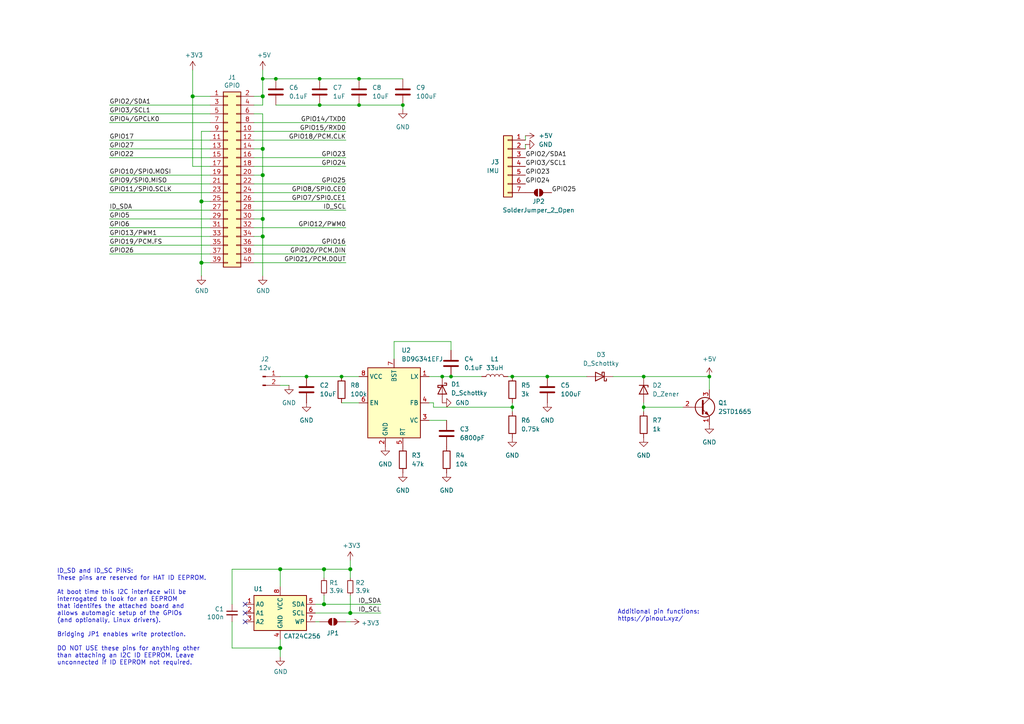
<source format=kicad_sch>
(kicad_sch (version 20250114) (generator "eeschema") (generator_version "9.0")
  (paper "A4")
  (title_block (date "15 nov 2012"))
  (lib_symbols
    (symbol "Connector:Conn_01x02_Pin" (pin_names (offset 1.016) (hide yes))
      (property "Reference" "J" (at 0 2.54 0))
      (property "Value" "Conn_01x02_Pin" (at 0 -5.08 0))
      (symbol "Conn_01x02_Pin_1_1"
        (rectangle (start 0.8636 0.127) (end 0 -0.127) (stroke (width 0.1524)) (fill (type outline)))
        (rectangle (start 0.8636 -2.413) (end 0 -2.667) (stroke (width 0.1524)) (fill (type outline)))
        (polyline (pts (xy 1.27 0) (xy 0.8636 0)) (stroke (width 0.1524)))
        (polyline (pts (xy 1.27 -2.54) (xy 0.8636 -2.54)) (stroke (width 0.1524)))
        (pin passive line (at 5.08 0 180) (length 3.81) (name "Pin_1") (number "1"))
        (pin passive line (at 5.08 -2.54 180) (length 3.81) (name "Pin_2") (number "2"))
      )
    )
    (symbol "Connector_Generic:Conn_01x07" (pin_names (offset 1.016) (hide yes))
      (property "Reference" "J" (at 0 10.16 0))
      (property "Value" "Conn_01x07" (at 0 -10.16 0))
      (symbol "Conn_01x07_1_1"
        (rectangle (start -1.27 8.89) (end 1.27 -8.89) (stroke (width 0.254)) (fill (type background)))
        (rectangle (start -1.27 7.747) (end 0 7.493) (stroke (width 0.1524)))
        (rectangle (start -1.27 5.207) (end 0 4.953) (stroke (width 0.1524)))
        (rectangle (start -1.27 2.667) (end 0 2.413) (stroke (width 0.1524)))
        (rectangle (start -1.27 0.127) (end 0 -0.127) (stroke (width 0.1524)))
        (rectangle (start -1.27 -2.413) (end 0 -2.667) (stroke (width 0.1524)))
        (rectangle (start -1.27 -4.953) (end 0 -5.207) (stroke (width 0.1524)))
        (rectangle (start -1.27 -7.493) (end 0 -7.747) (stroke (width 0.1524)))
        (pin passive line (at -5.08 7.62 0) (length 3.81) (name "Pin_1") (number "1"))
        (pin passive line (at -5.08 5.08 0) (length 3.81) (name "Pin_2") (number "2"))
        (pin passive line (at -5.08 2.54 0) (length 3.81) (name "Pin_3") (number "3"))
        (pin passive line (at -5.08 0 0) (length 3.81) (name "Pin_4") (number "4"))
        (pin passive line (at -5.08 -2.54 0) (length 3.81) (name "Pin_5") (number "5"))
        (pin passive line (at -5.08 -5.08 0) (length 3.81) (name "Pin_6") (number "6"))
        (pin passive line (at -5.08 -7.62 0) (length 3.81) (name "Pin_7") (number "7"))
      )
    )
    (symbol "Connector_Generic:Conn_02x20_Odd_Even" (pin_names (offset 1.016) (hide yes))
      (property "Reference" "J" (at 1.27 25.4 0))
      (property "Value" "Conn_02x20_Odd_Even" (at 1.27 -27.94 0))
      (symbol "Conn_02x20_Odd_Even_1_1"
        (rectangle (start -1.27 24.13) (end 3.81 -26.67) (stroke (width 0.254)) (fill (type background)))
        (rectangle (start -1.27 22.987) (end 0 22.733) (stroke (width 0.1524)))
        (rectangle (start -1.27 20.447) (end 0 20.193) (stroke (width 0.1524)))
        (rectangle (start -1.27 17.907) (end 0 17.653) (stroke (width 0.1524)))
        (rectangle (start -1.27 15.367) (end 0 15.113) (stroke (width 0.1524)))
        (rectangle (start -1.27 12.827) (end 0 12.573) (stroke (width 0.1524)))
        (rectangle (start -1.27 10.287) (end 0 10.033) (stroke (width 0.1524)))
        (rectangle (start -1.27 7.747) (end 0 7.493) (stroke (width 0.1524)))
        (rectangle (start -1.27 5.207) (end 0 4.953) (stroke (width 0.1524)))
        (rectangle (start -1.27 2.667) (end 0 2.413) (stroke (width 0.1524)))
        (rectangle (start -1.27 0.127) (end 0 -0.127) (stroke (width 0.1524)))
        (rectangle (start -1.27 -2.413) (end 0 -2.667) (stroke (width 0.1524)))
        (rectangle (start -1.27 -4.953) (end 0 -5.207) (stroke (width 0.1524)))
        (rectangle (start -1.27 -7.493) (end 0 -7.747) (stroke (width 0.1524)))
        (rectangle (start -1.27 -10.033) (end 0 -10.287) (stroke (width 0.1524)))
        (rectangle (start -1.27 -12.573) (end 0 -12.827) (stroke (width 0.1524)))
        (rectangle (start -1.27 -15.113) (end 0 -15.367) (stroke (width 0.1524)))
        (rectangle (start -1.27 -17.653) (end 0 -17.907) (stroke (width 0.1524)))
        (rectangle (start -1.27 -20.193) (end 0 -20.447) (stroke (width 0.1524)))
        (rectangle (start -1.27 -22.733) (end 0 -22.987) (stroke (width 0.1524)))
        (rectangle (start -1.27 -25.273) (end 0 -25.527) (stroke (width 0.1524)))
        (rectangle (start 3.81 22.987) (end 2.54 22.733) (stroke (width 0.1524)))
        (rectangle (start 3.81 20.447) (end 2.54 20.193) (stroke (width 0.1524)))
        (rectangle (start 3.81 17.907) (end 2.54 17.653) (stroke (width 0.1524)))
        (rectangle (start 3.81 15.367) (end 2.54 15.113) (stroke (width 0.1524)))
        (rectangle (start 3.81 12.827) (end 2.54 12.573) (stroke (width 0.1524)))
        (rectangle (start 3.81 10.287) (end 2.54 10.033) (stroke (width 0.1524)))
        (rectangle (start 3.81 7.747) (end 2.54 7.493) (stroke (width 0.1524)))
        (rectangle (start 3.81 5.207) (end 2.54 4.953) (stroke (width 0.1524)))
        (rectangle (start 3.81 2.667) (end 2.54 2.413) (stroke (width 0.1524)))
        (rectangle (start 3.81 0.127) (end 2.54 -0.127) (stroke (width 0.1524)))
        (rectangle (start 3.81 -2.413) (end 2.54 -2.667) (stroke (width 0.1524)))
        (rectangle (start 3.81 -4.953) (end 2.54 -5.207) (stroke (width 0.1524)))
        (rectangle (start 3.81 -7.493) (end 2.54 -7.747) (stroke (width 0.1524)))
        (rectangle (start 3.81 -10.033) (end 2.54 -10.287) (stroke (width 0.1524)))
        (rectangle (start 3.81 -12.573) (end 2.54 -12.827) (stroke (width 0.1524)))
        (rectangle (start 3.81 -15.113) (end 2.54 -15.367) (stroke (width 0.1524)))
        (rectangle (start 3.81 -17.653) (end 2.54 -17.907) (stroke (width 0.1524)))
        (rectangle (start 3.81 -20.193) (end 2.54 -20.447) (stroke (width 0.1524)))
        (rectangle (start 3.81 -22.733) (end 2.54 -22.987) (stroke (width 0.1524)))
        (rectangle (start 3.81 -25.273) (end 2.54 -25.527) (stroke (width 0.1524)))
        (pin passive line (at -5.08 22.86 0) (length 3.81) (name "Pin_1") (number "1"))
        (pin passive line (at -5.08 20.32 0) (length 3.81) (name "Pin_3") (number "3"))
        (pin passive line (at -5.08 17.78 0) (length 3.81) (name "Pin_5") (number "5"))
        (pin passive line (at -5.08 15.24 0) (length 3.81) (name "Pin_7") (number "7"))
        (pin passive line (at -5.08 12.7 0) (length 3.81) (name "Pin_9") (number "9"))
        (pin passive line (at -5.08 10.16 0) (length 3.81) (name "Pin_11") (number "11"))
        (pin passive line (at -5.08 7.62 0) (length 3.81) (name "Pin_13") (number "13"))
        (pin passive line (at -5.08 5.08 0) (length 3.81) (name "Pin_15") (number "15"))
        (pin passive line (at -5.08 2.54 0) (length 3.81) (name "Pin_17") (number "17"))
        (pin passive line (at -5.08 0 0) (length 3.81) (name "Pin_19") (number "19"))
        (pin passive line (at -5.08 -2.54 0) (length 3.81) (name "Pin_21") (number "21"))
        (pin passive line (at -5.08 -5.08 0) (length 3.81) (name "Pin_23") (number "23"))
        (pin passive line (at -5.08 -7.62 0) (length 3.81) (name "Pin_25") (number "25"))
        (pin passive line (at -5.08 -10.16 0) (length 3.81) (name "Pin_27") (number "27"))
        (pin passive line (at -5.08 -12.7 0) (length 3.81) (name "Pin_29") (number "29"))
        (pin passive line (at -5.08 -15.24 0) (length 3.81) (name "Pin_31") (number "31"))
        (pin passive line (at -5.08 -17.78 0) (length 3.81) (name "Pin_33") (number "33"))
        (pin passive line (at -5.08 -20.32 0) (length 3.81) (name "Pin_35") (number "35"))
        (pin passive line (at -5.08 -22.86 0) (length 3.81) (name "Pin_37") (number "37"))
        (pin passive line (at -5.08 -25.4 0) (length 3.81) (name "Pin_39") (number "39"))
        (pin passive line (at 7.62 22.86 180) (length 3.81) (name "Pin_2") (number "2"))
        (pin passive line (at 7.62 20.32 180) (length 3.81) (name "Pin_4") (number "4"))
        (pin passive line (at 7.62 17.78 180) (length 3.81) (name "Pin_6") (number "6"))
        (pin passive line (at 7.62 15.24 180) (length 3.81) (name "Pin_8") (number "8"))
        (pin passive line (at 7.62 12.7 180) (length 3.81) (name "Pin_10") (number "10"))
        (pin passive line (at 7.62 10.16 180) (length 3.81) (name "Pin_12") (number "12"))
        (pin passive line (at 7.62 7.62 180) (length 3.81) (name "Pin_14") (number "14"))
        (pin passive line (at 7.62 5.08 180) (length 3.81) (name "Pin_16") (number "16"))
        (pin passive line (at 7.62 2.54 180) (length 3.81) (name "Pin_18") (number "18"))
        (pin passive line (at 7.62 0 180) (length 3.81) (name "Pin_20") (number "20"))
        (pin passive line (at 7.62 -2.54 180) (length 3.81) (name "Pin_22") (number "22"))
        (pin passive line (at 7.62 -5.08 180) (length 3.81) (name "Pin_24") (number "24"))
        (pin passive line (at 7.62 -7.62 180) (length 3.81) (name "Pin_26") (number "26"))
        (pin passive line (at 7.62 -10.16 180) (length 3.81) (name "Pin_28") (number "28"))
        (pin passive line (at 7.62 -12.7 180) (length 3.81) (name "Pin_30") (number "30"))
        (pin passive line (at 7.62 -15.24 180) (length 3.81) (name "Pin_32") (number "32"))
        (pin passive line (at 7.62 -17.78 180) (length 3.81) (name "Pin_34") (number "34"))
        (pin passive line (at 7.62 -20.32 180) (length 3.81) (name "Pin_36") (number "36"))
        (pin passive line (at 7.62 -22.86 180) (length 3.81) (name "Pin_38") (number "38"))
        (pin passive line (at 7.62 -25.4 180) (length 3.81) (name "Pin_40") (number "40"))
      )
    )
    (symbol "Device:C" (pin_numbers (hide yes)) (pin_names (offset 0.254))
      (property "Reference" "C" (at 0.635 2.54 0))
      (property "Value" "C" (at 0.635 -2.54 0))
      (symbol "C_0_1"
        (polyline (pts (xy -2.032 0.762) (xy 2.032 0.762)) (stroke (width 0.508)))
        (polyline (pts (xy -2.032 -0.762) (xy 2.032 -0.762)) (stroke (width 0.508)))
      )
      (symbol "C_1_1"
        (pin passive line (at 0 3.81 270) (length 2.794) (name "~") (number "1"))
        (pin passive line (at 0 -3.81 90) (length 2.794) (name "~") (number "2"))
      )
    )
    (symbol "Device:C_Small" (pin_numbers (hide yes)) (pin_names (offset 0.254) (hide yes))
      (property "Reference" "C" (at 0.254 1.778 0))
      (property "Value" "C_Small" (at 0.254 -2.032 0))
      (symbol "C_Small_0_1"
        (polyline (pts (xy -1.524 0.508) (xy 1.524 0.508)) (stroke (width 0.3048)))
        (polyline (pts (xy -1.524 -0.508) (xy 1.524 -0.508)) (stroke (width 0.3302)))
      )
      (symbol "C_Small_1_1"
        (pin passive line (at 0 2.54 270) (length 2.032) (name "~") (number "1"))
        (pin passive line (at 0 -2.54 90) (length 2.032) (name "~") (number "2"))
      )
    )
    (symbol "Device:D_Schottky" (pin_numbers (hide yes)) (pin_names (offset 1.016) (hide yes))
      (property "Reference" "D" (at 0 2.54 0))
      (property "Value" "D_Schottky" (at 0 -2.54 0))
      (symbol "D_Schottky_0_1"
        (polyline (pts (xy -1.905 0.635) (xy -1.905 1.27) (xy -1.27 1.27) (xy -1.27 -1.27) (xy -0.635 -1.27) (xy -0.635 -0.635)) (stroke (width 0.254)))
        (polyline (pts (xy 1.27 1.27) (xy 1.27 -1.27) (xy -1.27 0) (xy 1.27 1.27)) (stroke (width 0.254)))
        (polyline (pts (xy 1.27 0) (xy -1.27 0)))
      )
      (symbol "D_Schottky_1_1"
        (pin passive line (at -3.81 0 0) (length 2.54) (name "K") (number "1"))
        (pin passive line (at 3.81 0 180) (length 2.54) (name "A") (number "2"))
      )
    )
    (symbol "Device:D_Zener" (pin_numbers (hide yes)) (pin_names (offset 1.016) (hide yes))
      (property "Reference" "D" (at 0 2.54 0))
      (property "Value" "D_Zener" (at 0 -2.54 0))
      (symbol "D_Zener_0_1"
        (polyline (pts (xy -1.27 -1.27) (xy -1.27 1.27) (xy -0.762 1.27)) (stroke (width 0.254)))
        (polyline (pts (xy 1.27 0) (xy -1.27 0)))
        (polyline (pts (xy 1.27 -1.27) (xy 1.27 1.27) (xy -1.27 0) (xy 1.27 -1.27)) (stroke (width 0.254)))
      )
      (symbol "D_Zener_1_1"
        (pin passive line (at -3.81 0 0) (length 2.54) (name "K") (number "1"))
        (pin passive line (at 3.81 0 180) (length 2.54) (name "A") (number "2"))
      )
    )
    (symbol "Device:L" (pin_numbers (hide yes)) (pin_names (offset 1.016) (hide yes))
      (property "Reference" "L" (at -1.27 0 90))
      (property "Value" "L" (at 1.905 0 90))
      (symbol "L_0_1"
        (arc (start 0 2.54) (mid 0.6323 1.905) (end 0 1.27))
        (arc (start 0 1.27) (mid 0.6323 0.635) (end 0 0))
        (arc (start 0 0) (mid 0.6323 -0.635) (end 0 -1.27))
        (arc (start 0 -1.27) (mid 0.6323 -1.905) (end 0 -2.54))
      )
      (symbol "L_1_1"
        (pin passive line (at 0 3.81 270) (length 1.27) (name "1") (number "1"))
        (pin passive line (at 0 -3.81 90) (length 1.27) (name "2") (number "2"))
      )
    )
    (symbol "Device:R" (pin_numbers (hide yes)) (pin_names (offset 0))
      (property "Reference" "R" (at 2.032 0 90))
      (property "Value" "R" (at 0 0 90))
      (symbol "R_0_1"
        (rectangle (start -1.016 -2.54) (end 1.016 2.54) (stroke (width 0.254)))
      )
      (symbol "R_1_1"
        (pin passive line (at 0 3.81 270) (length 1.27) (name "~") (number "1"))
        (pin passive line (at 0 -3.81 90) (length 1.27) (name "~") (number "2"))
      )
    )
    (symbol "Device:R_Small" (pin_numbers (hide yes)) (pin_names (offset 0.254) (hide yes))
      (property "Reference" "R" (at 0.762 0.508 0))
      (property "Value" "R_Small" (at 0.762 -1.016 0))
      (symbol "R_Small_0_1"
        (rectangle (start -0.762 1.778) (end 0.762 -1.778) (stroke (width 0.2032)))
      )
      (symbol "R_Small_1_1"
        (pin passive line (at 0 2.54 270) (length 0.762) (name "~") (number "1"))
        (pin passive line (at 0 -2.54 90) (length 0.762) (name "~") (number "2"))
      )
    )
    (symbol "Jumper:SolderJumper_2_Open" (pin_numbers (hide yes)) (pin_names (offset 0) (hide yes)) (exclude_from_sim yes) (in_bom no)
      (property "Reference" "JP" (at 0 2.032 0))
      (property "Value" "SolderJumper_2_Open" (at 0 -2.54 0))
      (symbol "SolderJumper_2_Open_0_1"
        (polyline (pts (xy -0.254 1.016) (xy -0.254 -1.016)))
        (arc (start -0.254 -1.016) (mid -1.2656 0) (end -0.254 1.016))
        (arc (start -0.254 -1.016) (mid -1.2656 0) (end -0.254 1.016) (fill (type outline)))
        (arc (start 0.254 1.016) (mid 1.2656 0) (end 0.254 -1.016))
        (arc (start 0.254 1.016) (mid 1.2656 0) (end 0.254 -1.016) (fill (type outline)))
        (polyline (pts (xy 0.254 1.016) (xy 0.254 -1.016)))
      )
      (symbol "SolderJumper_2_Open_1_1"
        (pin passive line (at -3.81 0 0) (length 2.54) (name "A") (number "1"))
        (pin passive line (at 3.81 0 180) (length 2.54) (name "B") (number "2"))
      )
    )
    (symbol "Memory_EEPROM:CAT24C256"
      (property "Reference" "U" (at -6.35 6.35 0))
      (property "Value" "CAT24C256" (at 1.27 6.35 0))
      (symbol "CAT24C256_1_1"
        (rectangle (start -7.62 5.08) (end 7.62 -5.08) (stroke (width 0.254)) (fill (type background)))
        (pin input line (at -10.16 2.54 0) (length 2.54) (name "A0") (number "1"))
        (pin input line (at -10.16 0 0) (length 2.54) (name "A1") (number "2"))
        (pin input line (at -10.16 -2.54 0) (length 2.54) (name "A2") (number "3"))
        (pin power_in line (at 0 7.62 270) (length 2.54) (name "VCC") (number "8"))
        (pin power_in line (at 0 -7.62 90) (length 2.54) (name "GND") (number "4"))
        (pin bidirectional line (at 10.16 2.54 180) (length 2.54) (name "SDA") (number "5"))
        (pin input line (at 10.16 0 180) (length 2.54) (name "SCL") (number "6"))
        (pin input line (at 10.16 -2.54 180) (length 2.54) (name "WP") (number "7"))
      )
    )
    (symbol "Regulator_Switching:BD9G341EFJ"
      (property "Reference" "U" (at -6.35 11.43 0))
      (property "Value" "BD9G341EFJ" (at 7.62 11.43 0))
      (symbol "BD9G341EFJ_0_1"
        (rectangle (start -7.62 10.16) (end 7.62 -10.16) (stroke (width 0.254)) (fill (type background)))
      )
      (symbol "BD9G341EFJ_1_1"
        (pin power_in line (at -10.16 7.62 0) (length 2.54) (name "VCC") (number "8"))
        (pin input line (at -10.16 0 0) (length 2.54) (name "EN") (number "6"))
        (pin power_in line (at -2.54 -12.7 90) (length 2.54) (name "GND") (number "2"))
        (pin input line (at 0 12.7 270) (length 2.54) (name "BST") (number "7"))
        (pin input line (at 2.54 -12.7 90) (length 2.54) (name "RT") (number "5"))
        (pin passive line (at 10.16 7.62 180) (length 2.54) (name "LX") (number "1"))
        (pin input line (at 10.16 0 180) (length 2.54) (name "FB") (number "4"))
        (pin output line (at 10.16 -5.08 180) (length 2.54) (name "VC") (number "3"))
      )
    )
    (symbol "SolderJumper_2_Open_1" (pin_numbers (hide yes)) (pin_names (offset 0) (hide yes)) (in_bom no)
      (property "Reference" "JP" (at 0 2.032 0))
      (property "Value" "SolderJumper_2_Open" (at 0 -2.54 0))
      (symbol "SolderJumper_2_Open_1_0_1"
        (polyline (pts (xy -0.254 1.016) (xy -0.254 -1.016)))
        (arc (start -0.254 -1.016) (mid -1.2656 0) (end -0.254 1.016))
        (arc (start -0.254 -1.016) (mid -1.2656 0) (end -0.254 1.016) (fill (type outline)))
        (arc (start 0.254 1.016) (mid 1.2656 0) (end 0.254 -1.016))
        (arc (start 0.254 1.016) (mid 1.2656 0) (end 0.254 -1.016) (fill (type outline)))
        (polyline (pts (xy 0.254 1.016) (xy 0.254 -1.016)))
      )
      (symbol "SolderJumper_2_Open_1_1_1"
        (pin passive line (at -3.81 0 0) (length 2.54) (name "A") (number "1"))
        (pin passive line (at 3.81 0 180) (length 2.54) (name "B") (number "2"))
      )
    )
    (symbol "Transistor_BJT:2N2219" (pin_names (offset 0) (hide yes))
      (property "Reference" "Q" (at 5.08 1.905 0))
      (property "Value" "2N2219" (at 5.08 0 0))
      (symbol "2N2219_0_1"
        (polyline (pts (xy -2.54 0) (xy 0.635 0)))
        (polyline (pts (xy 0.635 1.905) (xy 0.635 -1.905)) (stroke (width 0.508)))
        (circle (center 1.27 0) (radius 2.8194) (stroke (width 0.254)))
      )
      (symbol "2N2219_1_1"
        (polyline (pts (xy 0.635 0.635) (xy 2.54 2.54)))
        (polyline (pts (xy 0.635 -0.635) (xy 2.54 -2.54)))
        (polyline (pts (xy 1.27 -1.778) (xy 1.778 -1.27) (xy 2.286 -2.286) (xy 1.27 -1.778)) (fill (type outline)))
        (pin input line (at -5.08 0 0) (length 2.54) (name "B") (number "2"))
        (pin passive line (at 2.54 5.08 270) (length 2.54) (name "C") (number "3"))
        (pin passive line (at 2.54 -5.08 90) (length 2.54) (name "E") (number "1"))
      )
    )
    (symbol "power:+3.3V" (power) (pin_numbers (hide yes)) (pin_names (offset 0) (hide yes))
      (property "Value" "+3.3V" (at 0 3.556 0))
      (symbol "+3.3V_0_1"
        (polyline (pts (xy -0.762 1.27) (xy 0 2.54)))
        (polyline (pts (xy 0 2.54) (xy 0.762 1.27)))
        (polyline (pts (xy 0 0) (xy 0 2.54)))
      )
      (symbol "+3.3V_1_1"
        (pin power_in line (at 0 0 90) (length 0) (name "~") (number "1"))
      )
    )
    (symbol "power:+5V" (power) (pin_numbers (hide yes)) (pin_names (offset 0) (hide yes))
      (property "Value" "+5V" (at 0 3.556 0))
      (symbol "+5V_0_1"
        (polyline (pts (xy -0.762 1.27) (xy 0 2.54)))
        (polyline (pts (xy 0 2.54) (xy 0.762 1.27)))
        (polyline (pts (xy 0 0) (xy 0 2.54)))
      )
      (symbol "+5V_1_1"
        (pin power_in line (at 0 0 90) (length 0) (name "~") (number "1"))
      )
    )
    (symbol "power:GND" (power) (pin_numbers (hide yes)) (pin_names (offset 0) (hide yes))
      (property "Value" "GND" (at 0 -3.81 0))
      (symbol "GND_0_1"
        (polyline (pts (xy 0 0) (xy 0 -1.27) (xy 1.27 -1.27) (xy 0 -2.54) (xy -1.27 -1.27) (xy 0 -1.27)))
      )
      (symbol "GND_1_1"
        (pin power_in line (at 0 0 270) (length 0) (name "~") (number "1"))
      )
    )
  )
  (text "Additional pin functions:\nhttps://pinout.xyz/" (at 179.07 180.34 0) (effects (font (size 1.27 1.27)) (justify left bottom)))
  (text "ID_SD and ID_SC PINS:\nThese pins are reserved for HAT ID EEPROM.\n\nAt boot time this I2C interface will be\ninterrogated to look for an EEPROM\nthat identifes the attached board and\nallows automagic setup of the GPIOs\n(and optionally, Linux drivers).\n\nBridging JP1 enables write protection.\n\nDO NOT USE these pins for anything other\nthan attaching an I2C ID EEPROM. Leave\nunconnected if ID EEPROM not required." (at 16.51 193.04 0) (effects (font (size 1.27 1.27)) (justify left bottom)))
  (junction (at 93.98 175.26) (diameter 1.016))
  (junction (at 76.2 27.94) (diameter 1.016))
  (junction (at 81.28 187.96) (diameter 1.016))
  (junction (at 76.2 43.18) (diameter 1.016))
  (junction (at 81.28 165.1) (diameter 1.016))
  (junction (at 148.59 109.22))
  (junction (at 186.69 109.22))
  (junction (at 92.71 30.48))
  (junction (at 205.74 109.22))
  (junction (at 101.6 165.1) (diameter 1.016))
  (junction (at 92.71 22.86))
  (junction (at 88.9 109.22))
  (junction (at 80.01 22.86))
  (junction (at 58.42 76.2) (diameter 1.016))
  (junction (at 130.81 109.22))
  (junction (at 104.14 22.86))
  (junction (at 58.42 58.42) (diameter 1.016))
  (junction (at 104.14 30.48))
  (junction (at 76.2 68.58) (diameter 1.016))
  (junction (at 116.84 30.48))
  (junction (at 148.59 118.11))
  (junction (at 76.2 63.5) (diameter 1.016))
  (junction (at 76.2 50.8) (diameter 1.016))
  (junction (at 128.27 109.22))
  (junction (at 101.6 177.8) (diameter 1.016))
  (junction (at 99.06 109.22))
  (junction (at 158.75 109.22))
  (junction (at 186.69 118.11))
  (junction (at 76.2 22.86))
  (junction (at 55.88 27.94) (diameter 1.016))
  (junction (at 93.98 165.1) (diameter 1.016))
  (no_connect (at 71.12 175.26))
  (no_connect (at 71.12 177.8))
  (no_connect (at 71.12 180.34))
  (wire (pts (xy 58.42 58.42) (xy 58.42 76.2)))
  (wire (pts (xy 88.9 109.22) (xy 99.06 109.22)))
  (wire (pts (xy 73.66 58.42) (xy 100.33 58.42)))
  (wire (pts (xy 60.96 40.64) (xy 31.75 40.64)))
  (wire (pts (xy 81.28 165.1) (xy 93.98 165.1)))
  (wire (pts (xy 101.6 165.1) (xy 93.98 165.1)))
  (wire (pts (xy 101.6 167.64) (xy 101.6 165.1)))
  (wire (pts (xy 205.74 113.03) (xy 205.74 109.22)))
  (wire (pts (xy 76.2 33.02) (xy 76.2 43.18)))
  (wire (pts (xy 76.2 50.8) (xy 73.66 50.8)))
  (wire (pts (xy 158.75 109.22) (xy 170.18 109.22)))
  (wire (pts (xy 76.2 63.5) (xy 76.2 68.58)))
  (wire (pts (xy 76.2 50.8) (xy 76.2 63.5)))
  (wire (pts (xy 73.66 35.56) (xy 100.33 35.56)))
  (wire (pts (xy 124.46 109.22) (xy 128.27 109.22)))
  (wire (pts (xy 58.42 38.1) (xy 58.42 58.42)))
  (wire (pts (xy 91.44 175.26) (xy 93.98 175.26)))
  (wire (pts (xy 93.98 175.26) (xy 110.49 175.26)))
  (wire (pts (xy 76.2 22.86) (xy 76.2 27.94)))
  (wire (pts (xy 125.73 116.84) (xy 125.73 118.11)))
  (wire (pts (xy 58.42 38.1) (xy 60.96 38.1)))
  (wire (pts (xy 91.44 180.34) (xy 92.71 180.34)))
  (wire (pts (xy 100.33 180.34) (xy 101.6 180.34)))
  (wire (pts (xy 73.66 55.88) (xy 100.33 55.88)))
  (wire (pts (xy 60.96 60.96) (xy 31.75 60.96)))
  (wire (pts (xy 31.75 63.5) (xy 60.96 63.5)))
  (wire (pts (xy 58.42 58.42) (xy 60.96 58.42)))
  (wire (pts (xy 101.6 162.56) (xy 101.6 165.1)))
  (wire (pts (xy 205.74 109.22) (xy 186.69 109.22)))
  (wire (pts (xy 73.66 45.72) (xy 100.33 45.72)))
  (wire (pts (xy 81.28 165.1) (xy 81.28 170.18)))
  (wire (pts (xy 73.66 76.2) (xy 100.33 76.2)))
  (wire (pts (xy 58.42 76.2) (xy 58.42 80.01)))
  (wire (pts (xy 31.75 43.18) (xy 60.96 43.18)))
  (wire (pts (xy 101.6 172.72) (xy 101.6 177.8)))
  (wire (pts (xy 55.88 20.32) (xy 55.88 27.94)))
  (wire (pts (xy 83.82 111.76) (xy 81.28 111.76)))
  (wire (pts (xy 76.2 68.58) (xy 73.66 68.58)))
  (wire (pts (xy 130.81 109.22) (xy 139.7 109.22)))
  (wire (pts (xy 31.75 33.02) (xy 60.96 33.02)))
  (wire (pts (xy 92.71 22.86) (xy 104.14 22.86)))
  (wire (pts (xy 76.2 22.86) (xy 80.01 22.86)))
  (wire (pts (xy 31.75 55.88) (xy 60.96 55.88)))
  (wire (pts (xy 104.14 30.48) (xy 116.84 30.48)))
  (wire (pts (xy 55.88 48.26) (xy 60.96 48.26)))
  (wire (pts (xy 60.96 30.48) (xy 31.75 30.48)))
  (wire (pts (xy 76.2 27.94) (xy 76.2 30.48)))
  (wire (pts (xy 76.2 43.18) (xy 76.2 50.8)))
  (wire (pts (xy 92.71 30.48) (xy 104.14 30.48)))
  (wire (pts (xy 73.66 40.64) (xy 100.33 40.64)))
  (wire (pts (xy 76.2 43.18) (xy 73.66 43.18)))
  (wire (pts (xy 76.2 20.32) (xy 76.2 22.86)))
  (wire (pts (xy 80.01 30.48) (xy 92.71 30.48)))
  (wire (pts (xy 31.75 35.56) (xy 60.96 35.56)))
  (wire (pts (xy 177.8 109.22) (xy 186.69 109.22)))
  (wire (pts (xy 93.98 165.1) (xy 93.98 167.64)))
  (wire (pts (xy 114.3 99.06) (xy 114.3 104.14)))
  (wire (pts (xy 76.2 27.94) (xy 73.66 27.94)))
  (wire (pts (xy 130.81 99.06) (xy 114.3 99.06)))
  (wire (pts (xy 55.88 27.94) (xy 55.88 48.26)))
  (wire (pts (xy 186.69 119.38) (xy 186.69 118.11)))
  (wire (pts (xy 73.66 48.26) (xy 100.33 48.26)))
  (wire (pts (xy 73.66 38.1) (xy 100.33 38.1)))
  (wire (pts (xy 93.98 172.72) (xy 93.98 175.26)))
  (wire (pts (xy 91.44 177.8) (xy 101.6 177.8)))
  (wire (pts (xy 101.6 177.8) (xy 110.49 177.8)))
  (wire (pts (xy 147.32 109.22) (xy 148.59 109.22)))
  (wire (pts (xy 148.59 118.11) (xy 148.59 119.38)))
  (wire (pts (xy 99.06 116.84) (xy 104.14 116.84)))
  (wire (pts (xy 80.01 22.86) (xy 92.71 22.86)))
  (wire (pts (xy 31.75 45.72) (xy 60.96 45.72)))
  (wire (pts (xy 128.27 109.22) (xy 130.81 109.22)))
  (wire (pts (xy 104.14 22.86) (xy 116.84 22.86)))
  (wire (pts (xy 31.75 53.34) (xy 60.96 53.34)))
  (wire (pts (xy 125.73 116.84) (xy 124.46 116.84)))
  (wire (pts (xy 31.75 66.04) (xy 60.96 66.04)))
  (wire (pts (xy 76.2 30.48) (xy 73.66 30.48)))
  (wire (pts (xy 124.46 121.92) (xy 129.54 121.92)))
  (wire (pts (xy 31.75 71.12) (xy 60.96 71.12)))
  (wire (pts (xy 73.66 71.12) (xy 100.33 71.12)))
  (wire (pts (xy 125.73 118.11) (xy 148.59 118.11)))
  (wire (pts (xy 73.66 66.04) (xy 100.33 66.04)))
  (wire (pts (xy 58.42 76.2) (xy 60.96 76.2)))
  (wire (pts (xy 152.4 39.37) (xy 152.4 40.64)))
  (wire (pts (xy 116.84 30.48) (xy 116.84 31.75)))
  (wire (pts (xy 73.66 73.66) (xy 100.33 73.66)))
  (wire (pts (xy 130.81 101.6) (xy 130.81 99.06)))
  (wire (pts (xy 76.2 33.02) (xy 73.66 33.02)))
  (wire (pts (xy 31.75 73.66) (xy 60.96 73.66)))
  (wire (pts (xy 81.28 109.22) (xy 88.9 109.22)))
  (wire (pts (xy 186.69 116.84) (xy 186.69 118.11)))
  (wire (pts (xy 186.69 118.11) (xy 198.12 118.11)))
  (wire (pts (xy 67.31 165.1) (xy 67.31 175.26)))
  (wire (pts (xy 67.31 180.34) (xy 67.31 187.96)))
  (wire (pts (xy 67.31 187.96) (xy 81.28 187.96)))
  (wire (pts (xy 81.28 165.1) (xy 67.31 165.1)))
  (wire (pts (xy 81.28 185.42) (xy 81.28 187.96)))
  (wire (pts (xy 81.28 187.96) (xy 81.28 190.5)))
  (wire (pts (xy 76.2 68.58) (xy 76.2 80.01)))
  (wire (pts (xy 73.66 53.34) (xy 100.33 53.34)))
  (wire (pts (xy 60.96 68.58) (xy 31.75 68.58)))
  (wire (pts (xy 148.59 116.84) (xy 148.59 118.11)))
  (wire (pts (xy 76.2 63.5) (xy 73.66 63.5)))
  (wire (pts (xy 148.59 109.22) (xy 158.75 109.22)))
  (wire (pts (xy 55.88 27.94) (xy 60.96 27.94)))
  (wire (pts (xy 60.96 50.8) (xy 31.75 50.8)))
  (wire (pts (xy 73.66 60.96) (xy 100.33 60.96)))
  (wire (pts (xy 99.06 109.22) (xy 104.14 109.22)))
  (wire (pts (xy 152.4 41.91) (xy 152.4 43.18)))
  (label "ID_SDA" (at 31.75 60.96 0))
  (label "GPIO6" (at 31.75 66.04 0))
  (label "ID_SDA" (at 110.49 175.26 180))
  (label "ID_SCL" (at 100.33 60.96 180))
  (label "GPIO5" (at 31.75 63.5 0))
  (label "GPIO21{slash}PCM.DOUT" (at 100.33 76.2 180))
  (label "GPIO19{slash}PCM.FS" (at 31.75 71.12 0))
  (label "GPIO10{slash}SPI0.MOSI" (at 31.75 50.8 0))
  (label "GPIO9{slash}SPI0.MISO" (at 31.75 53.34 0))
  (label "GPIO23" (at 100.33 45.72 180))
  (label "GPIO4{slash}GPCLK0" (at 31.75 35.56 0))
  (label "GPIO27" (at 31.75 43.18 0))
  (label "GPIO26" (at 31.75 73.66 0))
  (label "GPIO14{slash}TXD0" (at 100.33 35.56 180))
  (label "GPIO8{slash}SPI0.CE0" (at 100.33 55.88 180))
  (label "GPIO15{slash}RXD0" (at 100.33 38.1 180))
  (label "GPIO16" (at 100.33 71.12 180))
  (label "GPIO23" (at 152.4 50.8 0))
  (label "GPIO22" (at 31.75 45.72 0))
  (label "GPIO3{slash}SCL1" (at 152.4 48.26 0))
  (label "GPIO2{slash}SDA1" (at 152.4 45.72 0))
  (label "GPIO2{slash}SDA1" (at 31.75 30.48 0))
  (label "GPIO17" (at 31.75 40.64 0))
  (label "GPIO25" (at 100.33 53.34 180))
  (label "GPIO3{slash}SCL1" (at 31.75 33.02 0))
  (label "GPIO18{slash}PCM.CLK" (at 100.33 40.64 180))
  (label "GPIO12{slash}PWM0" (at 100.33 66.04 180))
  (label "GPIO25" (at 160.02 55.88 0))
  (label "GPIO13{slash}PWM1" (at 31.75 68.58 0))
  (label "GPIO20{slash}PCM.DIN" (at 100.33 73.66 180))
  (label "GPIO24" (at 100.33 48.26 180))
  (label "GPIO7{slash}SPI0.CE1" (at 100.33 58.42 180))
  (label "GPIO24" (at 152.4 53.34 0))
  (label "ID_SCL" (at 110.49 177.8 180))
  (label "GPIO11{slash}SPI0.SCLK" (at 31.75 55.88 0))
  (symbol (lib_id "power:+5V") (at 76.2 20.32 0) (unit 1)
    (property "Reference" "#PWR01" (effects (hide yes)))
    (property "Value" "+5V" (at 76.5683 15.9956 0))
    (property "Description" "Power symbol creates a global label with name \"+5V\"" (effects (hide yes)))
  )
  (symbol (lib_id "power:+3.3V") (at 55.88 20.32 0) (unit 1)
    (property "Reference" "#PWR04" (effects (hide yes)))
    (property "Value" "+3V3" (at 56.2483 15.9956 0))
    (property "Description" "Power symbol creates a global label with name \"+3.3V\"" (effects (hide yes)))
  )
  (symbol (lib_id "power:GND") (at 76.2 80.01 0) (unit 1)
    (property "Reference" "#PWR02" (effects (hide yes)))
    (property "Value" "GND" (at 76.3143 84.3344 0))
    (property "Description" "Power symbol creates a global label with name \"GND\" , ground" (effects (hide yes)))
  )
  (symbol (lib_id "power:GND") (at 58.42 80.01 0) (unit 1)
    (property "Reference" "#PWR03" (effects (hide yes)))
    (property "Value" "GND" (at 58.5343 84.3344 0))
    (property "Description" "Power symbol creates a global label with name \"GND\" , ground" (effects (hide yes)))
  )
  (symbol (lib_id "Connector_Generic:Conn_02x20_Odd_Even") (at 66.04 50.8 0) (unit 1)
    (property "Reference" "J1" (at 67.31 22.4598 0))
    (property "Value" "GPIO" (at 67.31 24.765 0))
    (property "Footprint" "Connector_PinSocket_2.54mm:PinSocket_2x20_P2.54mm_Vertical" (effects (hide yes)))
    (property "Description" "Generic connector, double row, 02x20, odd/even pin numbering scheme (row 1 odd numbers, row 2 even numbers), script generated (kicad-library-utils/schlib/autogen/connector/)" (effects (hide yes)))
  )
  (symbol (lib_id "power:GND") (at 116.84 31.75 0) (unit 1)
    (property "Reference" "#PWR012" (effects (hide yes)))
    (property "Value" "GND" (at 116.84 36.83 0))
    (property "Description" "Power symbol creates a global label with name \"GND\" , ground" (effects (hide yes)))
  )
  (symbol (lib_id "power:GND") (at 83.82 111.76 0) (unit 1)
    (property "Reference" "#PWR013" (effects (hide yes)))
    (property "Value" "GND" (at 83.82 116.84 0))
    (property "Description" "Power symbol creates a global label with name \"GND\" , ground" (effects (hide yes)))
  )
  (symbol (lib_id "Device:C_Small") (at 67.31 177.8 0) (unit 1)
    (property "Reference" "C1" (at 64.9858 176.6506 0) (effects (justify right)))
    (property "Value" "100n" (at 64.9858 178.9493 0) (effects (justify right)))
    (property "Description" "Unpolarized capacitor, small symbol" (effects (hide yes)))
  )
  (symbol (lib_id "Device:D_Schottky") (at 173.99 109.22 180) (unit 1)
    (property "Reference" "D3" (at 174.3075 102.87 0))
    (property "Value" "D_Schottky" (at 174.3075 105.41 0))
    (property "Footprint" "Package_TO_SOT_SMD:TO-252-2" (effects (hide yes)))
    (property "Description" "Schottky diode" (effects (hide yes)))
  )
  (symbol (lib_id "power:GND") (at 152.4 41.91 90) (unit 1)
    (property "Reference" "#PWR018" (effects (hide yes)))
    (property "Value" "GND" (at 156.21 41.9099 90) (effects (justify right)))
    (property "Description" "Power symbol creates a global label with name \"GND\" , ground" (effects (hide yes)))
  )
  (symbol (lib_id "Device:R_Small") (at 93.98 170.18 0) (unit 1)
    (property "Reference" "R1" (at 95.4786 169.037 0) (effects (justify left)))
    (property "Value" "3.9k" (at 95.4787 171.3293 0) (effects (justify left)))
    (property "Footprint" "Resistor_SMD:R_0402_1005Metric_Pad0.72x0.64mm_HandSolder" (effects (hide yes)))
    (property "Description" "Resistor, small symbol" (effects (hide yes)))
  )
  (symbol (lib_id "power:GND") (at 205.74 123.19 0) (unit 1)
    (property "Reference" "#PWR014" (effects (hide yes)))
    (property "Value" "GND" (at 205.74 128.27 0))
    (property "Description" "Power symbol creates a global label with name \"GND\" , ground" (effects (hide yes)))
  )
  (symbol (lib_id "Device:C") (at 104.14 26.67 0) (unit 1)
    (property "Reference" "C8" (at 107.95 25.3999 0) (effects (justify left)))
    (property "Value" "10uF" (at 107.95 27.9399 0) (effects (justify left)))
    (property "Footprint" "Capacitor_SMD:C_1206_3216Metric_Pad1.33x1.80mm_HandSolder" (effects (hide yes)))
    (property "Description" "Unpolarized capacitor" (effects (hide yes)))
  )
  (symbol (lib_id "Regulator_Switching:BD9G341EFJ") (at 114.3 116.84 0) (unit 1)
    (property "Reference" "U2" (at 116.4433 101.6 0) (effects (justify left)))
    (property "Value" "BD9G341EFJ" (at 116.4433 104.14 0) (effects (justify left)))
    (property "Footprint" "Package_SO:HTSOP-8-1EP_3.9x4.9mm_P1.27mm_EP2.4x3.2mm_ThermalVias" (effects (hide yes)))
    (property "Datasheet" "https://media.digikey.com/pdf/Data%20Sheets/Rohm%20PDFs/BD9G341EFJ.pdf" (effects (hide yes)))
    (property "Description" "12V-76V input voltage range 3A output current, Buck Converter, Integrated FET, HTSOP-8" (effects (hide yes)))
  )
  (symbol (lib_id "power:GND") (at 186.69 127 0) (unit 1)
    (property "Reference" "#PWR015" (effects (hide yes)))
    (property "Value" "GND" (at 186.69 132.08 0))
    (property "Description" "Power symbol creates a global label with name \"GND\" , ground" (effects (hide yes)))
  )
  (symbol (lib_id "power:+5V") (at 152.4 39.37 270) (mirror x) (unit 1)
    (property "Reference" "#PWR017" (effects (hide yes)))
    (property "Value" "+5V" (at 156.21 39.3699 90) (effects (justify left)))
    (property "Description" "Power symbol creates a global label with name \"+5V\"" (effects (hide yes)))
  )
  (symbol (lib_id "Transistor_BJT:2N2219") (at 203.2 118.11 0) (unit 1)
    (property "Reference" "Q1" (at 208.28 116.8399 0) (effects (justify left)))
    (property "Value" "2STD1665" (at 208.28 119.3799 0) (effects (justify left)))
    (property "Footprint" "Package_TO_SOT_SMD:TO-252-2" (effects (hide yes)))
    (property "Datasheet" "http://www.onsemi.com/pub_link/Collateral/2N2219-D.PDF" (effects (hide yes)))
    (property "Description" "800mA Ic, 50V Vce, NPN Transistor, TO-39" (effects (hide yes)))
  )
  (symbol (lib_id "Jumper:SolderJumper_2_Open") (at 96.52 180.34 0) (unit 1)
    (property "Reference" "JP1" (at 96.52 183.623 0))
    (property "Value" "ID_WP" (effects (hide yes)))
    (property "Description" "Solder Jumper, 2-pole, open" (effects (hide yes)))
  )
  (symbol (lib_id "Device:C") (at 116.84 26.67 0) (unit 1)
    (property "Reference" "C9" (at 120.65 25.3999 0) (effects (justify left)))
    (property "Value" "100uF" (at 120.65 27.9399 0) (effects (justify left)))
    (property "Footprint" "Capacitor_SMD:C_1206_3216Metric_Pad1.33x1.80mm_HandSolder" (effects (hide yes)))
    (property "Description" "Unpolarized capacitor" (effects (hide yes)))
  )
  (symbol (lib_id "Device:R") (at 99.06 113.03 0) (unit 1)
    (property "Reference" "R8" (at 101.6 111.7599 0) (effects (justify left)))
    (property "Value" "100k" (at 101.6 114.2999 0) (effects (justify left)))
    (property "Footprint" "Resistor_SMD:R_0402_1005Metric_Pad0.72x0.64mm_HandSolder" (effects (hide yes)))
    (property "Description" "Resistor" (effects (hide yes)))
  )
  (symbol (lib_id "Device:R_Small") (at 101.6 170.18 0) (unit 1)
    (property "Reference" "R2" (at 103.0986 169.037 0) (effects (justify left)))
    (property "Value" "3.9k" (at 103.0987 171.3293 0) (effects (justify left)))
    (property "Footprint" "Resistor_SMD:R_0402_1005Metric_Pad0.72x0.64mm_HandSolder" (effects (hide yes)))
    (property "Description" "Resistor, small symbol" (effects (hide yes)))
  )
  (symbol (lib_id "Device:R") (at 186.69 123.19 0) (unit 1)
    (property "Reference" "R7" (at 189.23 121.9199 0) (effects (justify left)))
    (property "Value" "1k" (at 189.23 124.4599 0) (effects (justify left)))
    (property "Footprint" "Resistor_SMD:R_0402_1005Metric_Pad0.72x0.64mm_HandSolder" (effects (hide yes)))
    (property "Description" "Resistor" (effects (hide yes)))
  )
  (symbol (lib_id "power:+3.3V") (at 101.6 162.56 0) (unit 1)
    (property "Reference" "#PWR0101" (effects (hide yes)))
    (property "Value" "+3V3" (at 101.9683 158.2356 0))
    (property "Description" "Power symbol creates a global label with name \"+3.3V\"" (effects (hide yes)))
  )
  (symbol (lib_id "Device:D_Zener") (at 186.69 113.03 270) (unit 1)
    (property "Reference" "D2" (at 189.23 111.7599 90) (effects (justify left)))
    (property "Value" "D_Zener" (at 189.23 114.2999 90) (effects (justify left)))
    (property "Footprint" "Diode_SMD:D_SOD-123" (effects (hide yes)))
    (property "Description" "Zener diode" (effects (hide yes)))
  )
  (symbol (lib_id "Device:L") (at 143.51 109.22 90) (unit 1)
    (property "Reference" "L1" (at 143.51 104.14 90))
    (property "Value" "33uH" (at 143.51 106.68 90))
    (property "Footprint" "custom:125CDMCC Inductor" (effects (hide yes)))
    (property "Description" "Inductor" (effects (hide yes)))
  )
  (symbol (lib_id "Device:R") (at 129.54 133.35 0) (unit 1)
    (property "Reference" "R4" (at 132.08 132.0799 0) (effects (justify left)))
    (property "Value" "10k" (at 132.08 134.6199 0) (effects (justify left)))
    (property "Footprint" "Resistor_SMD:R_0402_1005Metric_Pad0.72x0.64mm_HandSolder" (effects (hide yes)))
    (property "Description" "Resistor" (effects (hide yes)))
  )
  (symbol (lib_id "Device:C") (at 130.81 105.41 0) (unit 1)
    (property "Reference" "C4" (at 134.62 104.1399 0) (effects (justify left)))
    (property "Value" "0.1uF" (at 134.62 106.6799 0) (effects (justify left)))
    (property "Footprint" "Capacitor_SMD:C_0805_2012Metric_Pad1.18x1.45mm_HandSolder" (effects (hide yes)))
    (property "Description" "Unpolarized capacitor" (effects (hide yes)))
  )
  (symbol (lib_id "Device:C") (at 88.9 113.03 0) (unit 1)
    (property "Reference" "C2" (at 92.71 111.7599 0) (effects (justify left)))
    (property "Value" "10uF" (at 92.71 114.2999 0) (effects (justify left)))
    (property "Footprint" "Capacitor_SMD:C_1206_3216Metric_Pad1.33x1.80mm_HandSolder" (effects (hide yes)))
    (property "Description" "Unpolarized capacitor" (effects (hide yes)))
  )
  (symbol (lib_id "Device:C") (at 158.75 113.03 0) (unit 1)
    (property "Reference" "C5" (at 162.56 111.7599 0) (effects (justify left)))
    (property "Value" "100uF" (at 162.56 114.2999 0) (effects (justify left)))
    (property "Footprint" "Capacitor_SMD:C_1206_3216Metric_Pad1.33x1.80mm_HandSolder" (effects (hide yes)))
    (property "Description" "Unpolarized capacitor" (effects (hide yes)))
  )
  (symbol (lib_id "Memory_EEPROM:CAT24C256") (at 81.28 177.8 0) (unit 1)
    (property "Reference" "U1" (at 74.93 170.7958 0))
    (property "Value" "CAT24C256" (at 87.63 184.5245 0))
    (property "Datasheet" "https://www.onsemi.cn/PowerSolutions/document/CAT24C256-D.PDF" (effects (hide yes)))
    (property "Description" "256 kb CMOS Serial EEPROM, DIP-8/SOIC-8/TSSOP-8/DFN-8" (effects (hide yes)))
  )
  (symbol (lib_id "Device:R") (at 116.84 133.35 0) (unit 1)
    (property "Reference" "R3" (at 119.38 132.0799 0) (effects (justify left)))
    (property "Value" "47k" (at 119.38 134.6199 0) (effects (justify left)))
    (property "Footprint" "Resistor_SMD:R_0603_1608Metric_Pad0.98x0.95mm_HandSolder" (effects (hide yes)))
    (property "Description" "Resistor" (effects (hide yes)))
  )
  (symbol (lib_id "Device:C") (at 129.54 125.73 0) (unit 1)
    (property "Reference" "C3" (at 133.35 124.4599 0) (effects (justify left)))
    (property "Value" "6800pF" (at 133.35 126.9999 0) (effects (justify left)))
    (property "Footprint" "Capacitor_SMD:C_0603_1608Metric_Pad1.08x0.95mm_HandSolder" (effects (hide yes)))
    (property "Description" "Unpolarized capacitor" (effects (hide yes)))
  )
  (symbol (lib_id "Connector_Generic:Conn_01x07") (at 147.32 48.26 0) (mirror y) (unit 1)
    (property "Reference" "J3" (at 144.78 46.9899 0) (effects (justify left)))
    (property "Value" "IMU" (at 144.78 49.5299 0) (effects (justify left)))
    (property "Footprint" "Connector_PinHeader_2.54mm:PinHeader_1x07_P2.54mm_Vertical" (effects (hide yes)))
    (property "Description" "Generic connector, single row, 01x07, script generated (kicad-library-utils/schlib/autogen/connector/)" (effects (hide yes)))
  )
  (symbol (lib_id "power:GND") (at 88.9 116.84 0) (unit 1)
    (property "Reference" "#PWR08" (effects (hide yes)))
    (property "Value" "GND" (at 88.9 121.92 0))
    (property "Description" "Power symbol creates a global label with name \"GND\" , ground" (effects (hide yes)))
  )
  (symbol (lib_id "power:GND") (at 148.59 127 0) (unit 1)
    (property "Reference" "#PWR010" (effects (hide yes)))
    (property "Value" "GND" (at 148.59 132.08 0))
    (property "Description" "Power symbol creates a global label with name \"GND\" , ground" (effects (hide yes)))
  )
  (symbol (lib_id "power:GND") (at 129.54 137.16 0) (unit 1)
    (property "Reference" "#PWR09" (effects (hide yes)))
    (property "Value" "GND" (at 129.54 142.24 0))
    (property "Description" "Power symbol creates a global label with name \"GND\" , ground" (effects (hide yes)))
  )
  (symbol (lib_id "Device:R") (at 148.59 113.03 0) (unit 1)
    (property "Reference" "R5" (at 151.13 111.7599 0) (effects (justify left)))
    (property "Value" "3k" (at 151.13 114.2999 0) (effects (justify left)))
    (property "Footprint" "Resistor_SMD:R_0603_1608Metric_Pad0.98x0.95mm_HandSolder" (effects (hide yes)))
    (property "Description" "Resistor" (effects (hide yes)))
  )
  (symbol (lib_id "power:+5V") (at 205.74 109.22 0) (unit 1)
    (property "Reference" "#PWR016" (effects (hide yes)))
    (property "Value" "+5V" (at 205.74 104.14 0))
    (property "Description" "Power symbol creates a global label with name \"+5V\"" (effects (hide yes)))
  )
  (symbol (lib_id "power:GND") (at 81.28 190.5 0) (unit 1)
    (property "Reference" "#PWR0102" (effects (hide yes)))
    (property "Value" "GND" (at 81.3943 194.8244 0))
    (property "Description" "Power symbol creates a global label with name \"GND\" , ground" (effects (hide yes)))
  )
  (symbol (lib_id "Device:C") (at 80.01 26.67 0) (unit 1)
    (property "Reference" "C6" (at 83.82 25.3999 0) (effects (justify left)))
    (property "Value" "0.1uF" (at 83.82 27.9399 0) (effects (justify left)))
    (property "Footprint" "Capacitor_SMD:C_0402_1005Metric_Pad0.74x0.62mm_HandSolder" (effects (hide yes)))
    (property "Description" "Unpolarized capacitor" (effects (hide yes)))
  )
  (symbol (lib_id "power:GND") (at 111.76 129.54 0) (unit 1)
    (property "Reference" "#PWR05" (effects (hide yes)))
    (property "Value" "GND" (at 111.76 134.62 0))
    (property "Description" "Power symbol creates a global label with name \"GND\" , ground" (effects (hide yes)))
  )
  (symbol (lib_id "power:GND") (at 116.84 137.16 0) (unit 1)
    (property "Reference" "#PWR07" (effects (hide yes)))
    (property "Value" "GND" (at 116.84 142.24 0))
    (property "Description" "Power symbol creates a global label with name \"GND\" , ground" (effects (hide yes)))
  )
  (symbol (lib_id "Device:C") (at 92.71 26.67 0) (unit 1)
    (property "Reference" "C7" (at 96.52 25.3999 0) (effects (justify left)))
    (property "Value" "1uF" (at 96.52 27.9399 0) (effects (justify left)))
    (property "Footprint" "Capacitor_SMD:C_0603_1608Metric_Pad1.08x0.95mm_HandSolder" (effects (hide yes)))
    (property "Description" "Unpolarized capacitor" (effects (hide yes)))
  )
  (symbol (lib_id "Device:R") (at 148.59 123.19 0) (unit 1)
    (property "Reference" "R6" (at 151.13 121.9199 0) (effects (justify left)))
    (property "Value" "0.75k" (at 151.13 124.4599 0) (effects (justify left)))
    (property "Footprint" "Resistor_SMD:R_0805_2012Metric_Pad1.20x1.40mm_HandSolder" (effects (hide yes)))
    (property "Description" "Resistor" (effects (hide yes)))
  )
  (symbol (lib_name "SolderJumper_2_Open_1") (lib_id "Jumper:SolderJumper_2_Open") (at 156.21 55.88 180) (unit 1) (in_bom no)
    (property "Reference" "JP2" (at 156.21 58.42 0))
    (property "Value" "SolderJumper_2_Open" (at 156.21 60.96 0))
    (property "Footprint" "Jumper:SolderJumper-2_P1.3mm_Open_Pad1.0x1.5mm" (effects (hide yes)))
    (property "Description" "Solder Jumper, 2-pole, open" (effects (hide yes)))
  )
  (symbol (lib_id "Device:D_Schottky") (at 128.27 113.03 270) (unit 1)
    (property "Reference" "D1" (at 130.81 111.4424 90) (effects (justify left)))
    (property "Value" "D_Schottky" (at 130.81 113.9824 90) (effects (justify left)))
    (property "Footprint" "Package_TO_SOT_SMD:TO-252-2" (effects (hide yes)))
    (property "Description" "Schottky diode" (effects (hide yes)))
  )
  (symbol (lib_id "power:+3.3V") (at 101.6 180.34 270) (unit 1)
    (property "Reference" "#PWR0103" (effects (hide yes)))
    (property "Value" "+3V3" (at 104.7751 180.7083 90) (effects (justify left)))
    (property "Description" "Power symbol creates a global label with name \"+3.3V\"" (effects (hide yes)))
  )
  (symbol (lib_id "power:GND") (at 128.27 116.84 90) (unit 1)
    (property "Reference" "#PWR06" (effects (hide yes)))
    (property "Value" "GND" (at 132.08 116.8399 90) (effects (justify right)))
    (property "Description" "Power symbol creates a global label with name \"GND\" , ground" (effects (hide yes)))
  )
  (symbol (lib_id "power:GND") (at 158.75 116.84 0) (unit 1)
    (property "Reference" "#PWR011" (effects (hide yes)))
    (property "Value" "GND" (at 158.75 121.92 0))
    (property "Description" "Power symbol creates a global label with name \"GND\" , ground" (effects (hide yes)))
  )
  (symbol (lib_id "Connector:Conn_01x02_Pin") (at 76.2 109.22 0) (unit 1)
    (property "Reference" "J2" (at 76.835 104.14 0))
    (property "Value" "12v" (at 76.835 106.68 0))
    (property "Footprint" "Connector_PinHeader_2.54mm:PinHeader_1x02_P2.54mm_Vertical" (effects (hide yes)))
    (property "Description" "Generic connector, single row, 01x02, script generated" (effects (hide yes)))
  )
)
</source>
